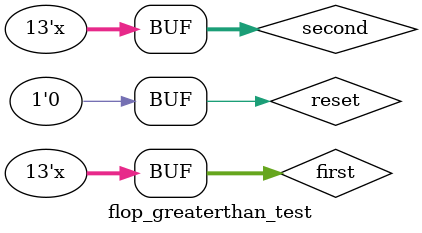
<source format=v>
`timescale 1ns / 1ps


module flop_greaterthan_test;

	// Inputs
	reg [12:0] first;
	reg [12:0] second;
	reg reset;

	// Outputs
	wire isFirstGreater;

	// Instantiate the Unit Under Test (UUT)
	flop_greaterthan uut (
		.first(first), 
		.second(second), 
		.isFirstGreater(isFirstGreater)
	);

	initial begin
		// Initialize Inputs
		reset = 1;
		// Wait 100 ns for global reset to finish
		#100;
    reset = 0;
		// Add stimulus here
	end
	
	always
	begin
		if(reset)
		begin
			first = 'b1100000000001;
			second = 'b1100000000001;
			#100;
		end
		else
		begin
			#100;
			first = first + 1;
			#100;
			second = second + 1;
		end
	end
      
endmodule


</source>
